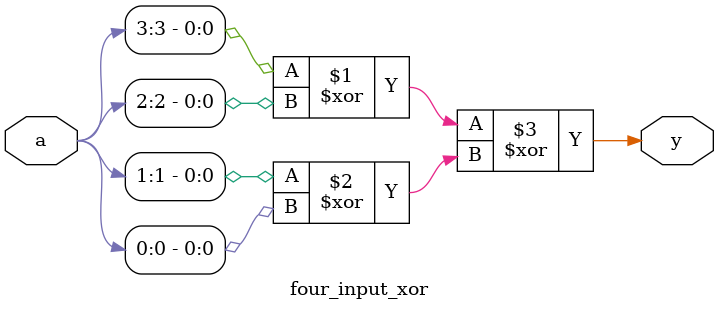
<source format=sv>
module four_input_xor (
    input [3:0] a,
    output y
);
    assign y = ((a[3] ^ a[2]) ^ (a[1] ^ a[0]));
endmodule
</source>
